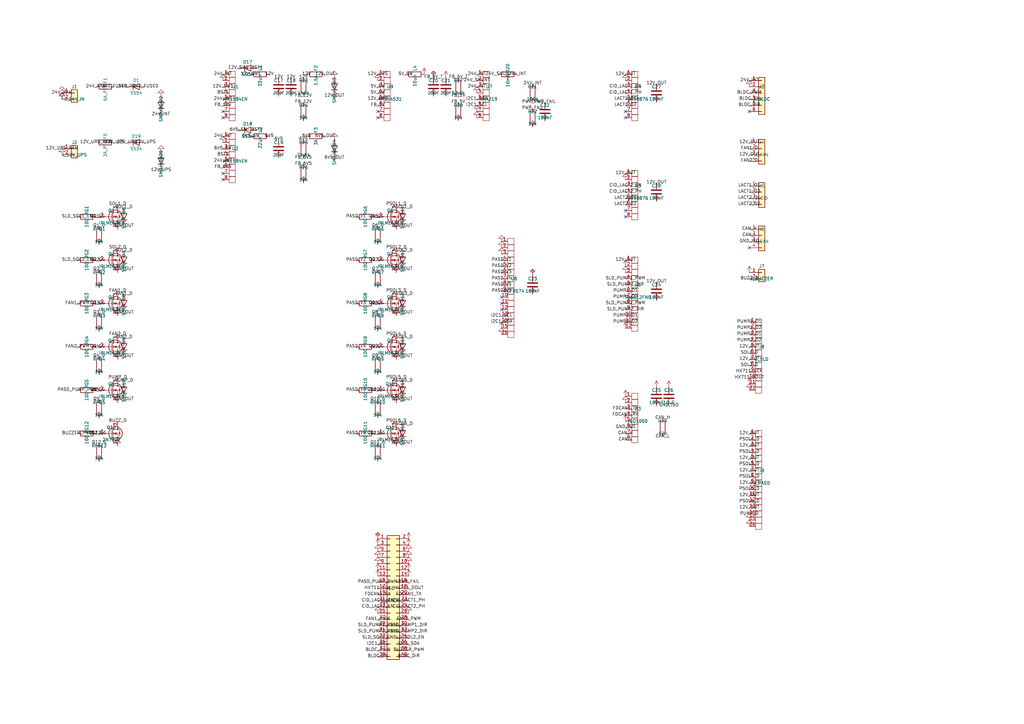
<source format=kicad_sch>
(kicad_sch (version 20250114) (generator "eeschema") (generator_version "9.0")
  (paper "A3")
  (title_block (title "Epicura Driver Board") (date "2026-02-21") (rev "1.2") (company "Epicura / Designed by Cyber_Lord"))
  (symbol (lib_id "Connector_Generic:Conn_01x02") (at 30.48 38.1 0) (unit 1)
    (property "Reference" "J1" (at 30.48 35.56 0))
    (property "Value" "J_24V_IN" (at 30.48 40.64 0))
    (property "Footprint" "Connector_JST:JST_XH_B2B-XH-A_1x02_P2.50mm_Vertical" (effects (hide yes)))
  )
  (symbol (lib_id "Device:R") (at 43.18 35.56 90) (unit 1)
    (property "Reference" "F1" (at 43.18 33.02 0))
    (property "Value" "5A_PTC" (at 43.18 38.1 0))
    (property "Footprint" "Resistor_SMD:R_1206_3216Metric" (effects (hide yes)))
  )
  (symbol (lib_id "Diode:1N4148WS") (at 55.88 35.56 0) (unit 1)
    (property "Reference" "D1" (at 55.88 33.02 0))
    (property "Value" "SS54" (at 55.88 38.1 0))
    (property "Footprint" "Diode_SMD:D_SMA" (effects (hide yes)))
  )
  (symbol (lib_id "Diode:1N4148WS") (at 66.04 43.18 90) (unit 1)
    (property "Reference" "D2" (at 66.04 40.64 0))
    (property "Value" "SMBJ24A" (at 66.04 45.72 0))
    (property "Footprint" "Diode_SMD:D_SMA" (effects (hide yes)))
  )
  (symbol (lib_id "Connector_Generic:Conn_01x02") (at 30.48 60.96 0) (unit 1)
    (property "Reference" "J2" (at 30.48 58.42 0))
    (property "Value" "J_12V_UPS" (at 30.48 63.5 0))
    (property "Footprint" "Connector_JST:JST_XH_B2B-XH-A_1x02_P2.50mm_Vertical" (effects (hide yes)))
  )
  (symbol (lib_id "Device:R") (at 43.18 58.42 90) (unit 1)
    (property "Reference" "F5" (at 43.18 55.88 0))
    (property "Value" "3A_PTC" (at 43.18 60.96 0))
    (property "Footprint" "Resistor_SMD:R_1206_3216Metric" (effects (hide yes)))
  )
  (symbol (lib_id "Diode:1N4148WS") (at 55.88 58.42 0) (unit 1)
    (property "Reference" "D19" (at 55.88 55.88 0))
    (property "Value" "SS34" (at 55.88 60.96 0))
    (property "Footprint" "Diode_SMD:D_SMA" (effects (hide yes)))
  )
  (symbol (lib_id "Diode:1N4148WS") (at 66.04 66.04 90) (unit 1)
    (property "Reference" "D20" (at 66.04 63.50000000000001 0))
    (property "Value" "SMBJ12A" (at 66.04 68.58000000000001 0))
    (property "Footprint" "Diode_SMD:D_SMA" (effects (hide yes)))
  )
  (symbol (lib_id "Connector_Generic:Conn_01x08") (at 96.52 38.1 0) (unit 1)
    (property "Reference" "U1" (at 96.52 35.56 0))
    (property "Value" "MP1584EN" (at 96.52 40.64 0))
    (property "Footprint" "Package_SO:SOIC-8_3.9x4.9mm_P1.27mm" (effects (hide yes)))
  )
  (symbol (lib_id "Device:R") (at 106.68 30.48 90) (unit 1)
    (property "Reference" "L1" (at 106.68 27.94 0))
    (property "Value" "33uH" (at 106.68 33.02 0))
    (property "Footprint" "Inductor_SMD:L_1210_3225Metric" (effects (hide yes)))
  )
  (symbol (lib_id "Diode:1N4148WS") (at 101.6 27.94 0) (unit 1)
    (property "Reference" "D17" (at 101.6 25.400000000000002 0))
    (property "Value" "SS34" (at 101.6 30.48 0))
    (property "Footprint" "Diode_SMD:D_SMA" (effects (hide yes)))
  )
  (symbol (lib_id "Device:C") (at 114.3 35.56 0) (unit 1)
    (property "Reference" "C17" (at 114.3 33.02 0))
    (property "Value" "22uF" (at 114.3 38.1 0))
    (property "Footprint" "Capacitor_SMD:C_0805_2012Metric" (effects (hide yes)))
  )
  (symbol (lib_id "Device:C") (at 119.38 35.56 0) (unit 1)
    (property "Reference" "C18" (at 119.38 33.02 0))
    (property "Value" "22uF" (at 119.38 38.1 0))
    (property "Footprint" "Capacitor_SMD:C_0805_2012Metric" (effects (hide yes)))
  )
  (symbol (lib_id "Device:R") (at 124.46 35.56 0) (unit 1)
    (property "Reference" "R23" (at 124.46 33.02 0))
    (property "Value" "140k" (at 124.46 38.1 0))
    (property "Footprint" "Resistor_SMD:R_0402_1005Metric" (effects (hide yes)))
  )
  (symbol (lib_id "Device:R") (at 124.46 45.72 0) (unit 1)
    (property "Reference" "R24" (at 124.46 43.18 0))
    (property "Value" "10k" (at 124.46 48.26 0))
    (property "Footprint" "Resistor_SMD:R_0402_1005Metric" (effects (hide yes)))
  )
  (symbol (lib_id "Device:R") (at 129.54 30.48 90) (unit 1)
    (property "Reference" "F2" (at 129.54 27.94 0))
    (property "Value" "1.5A" (at 129.54 33.02 0))
    (property "Footprint" "Resistor_SMD:R_1206_3216Metric" (effects (hide yes)))
  )
  (symbol (lib_id "Diode:1N4148WS") (at 137.16 35.56 90) (unit 1)
    (property "Reference" "D3" (at 137.16 33.02 0))
    (property "Value" "SMBJ12A" (at 137.16 38.1 0))
    (property "Footprint" "Diode_SMD:D_SMA" (effects (hide yes)))
  )
  (symbol (lib_id "Connector_Generic:Conn_01x08") (at 96.52 63.5 0) (unit 1)
    (property "Reference" "U2" (at 96.52 60.96 0))
    (property "Value" "MP1584EN" (at 96.52 66.04 0))
    (property "Footprint" "Package_SO:SOIC-8_3.9x4.9mm_P1.27mm" (effects (hide yes)))
  )
  (symbol (lib_id "Device:R") (at 106.68 55.88 90) (unit 1)
    (property "Reference" "L2" (at 106.68 53.34 0))
    (property "Value" "22uH" (at 106.68 58.42 0))
    (property "Footprint" "Inductor_SMD:L_1210_3225Metric" (effects (hide yes)))
  )
  (symbol (lib_id "Diode:1N4148WS") (at 101.6 53.34 0) (unit 1)
    (property "Reference" "D18" (at 101.6 50.800000000000004 0))
    (property "Value" "SS34" (at 101.6 55.88 0))
    (property "Footprint" "Diode_SMD:D_SMA" (effects (hide yes)))
  )
  (symbol (lib_id "Device:C") (at 114.3 60.96 0) (unit 1)
    (property "Reference" "C19" (at 114.3 58.42 0))
    (property "Value" "22uF" (at 114.3 63.5 0))
    (property "Footprint" "Capacitor_SMD:C_0805_2012Metric" (effects (hide yes)))
  )
  (symbol (lib_id "Device:R") (at 124.46 60.96 0) (unit 1)
    (property "Reference" "R25" (at 124.46 58.42 0))
    (property "Value" "71.5k" (at 124.46 63.5 0))
    (property "Footprint" "Resistor_SMD:R_0402_1005Metric" (effects (hide yes)))
  )
  (symbol (lib_id "Device:R") (at 124.46 71.12 0) (unit 1)
    (property "Reference" "R26" (at 124.46 68.58 0))
    (property "Value" "10k" (at 124.46 73.66000000000001 0))
    (property "Footprint" "Resistor_SMD:R_0402_1005Metric" (effects (hide yes)))
  )
  (symbol (lib_id "Device:R") (at 129.54 55.88 90) (unit 1)
    (property "Reference" "F3" (at 129.54 53.34 0))
    (property "Value" "3A" (at 129.54 58.42 0))
    (property "Footprint" "Resistor_SMD:R_1206_3216Metric" (effects (hide yes)))
  )
  (symbol (lib_id "Diode:1N4148WS") (at 137.16 60.96 90) (unit 1)
    (property "Reference" "D4" (at 137.16 58.42 0))
    (property "Value" "SMBJ6V5" (at 137.16 63.5 0))
    (property "Footprint" "Diode_SMD:D_SMA" (effects (hide yes)))
  )
  (symbol (lib_id "Connector_Generic:Conn_01x08") (at 160.02 38.1 0) (unit 1)
    (property "Reference" "U9" (at 160.02 35.56 0))
    (property "Value" "TPS54531" (at 160.02 40.64 0))
    (property "Footprint" "Package_SO:SOIC-8_3.9x4.9mm_P1.27mm" (effects (hide yes)))
  )
  (symbol (lib_id "Device:R") (at 170.18 30.48 90) (unit 1)
    (property "Reference" "L4" (at 170.18 27.94 0))
    (property "Value" "10uH" (at 170.18 33.02 0))
    (property "Footprint" "Inductor_SMD:L_1210_3225Metric" (effects (hide yes)))
  )
  (symbol (lib_id "Device:C") (at 177.8 35.56 0) (unit 1)
    (property "Reference" "C20" (at 177.8 33.02 0))
    (property "Value" "22uF" (at 177.8 38.1 0))
    (property "Footprint" "Capacitor_SMD:C_0805_2012Metric" (effects (hide yes)))
  )
  (symbol (lib_id "Device:C") (at 182.88 35.56 0) (unit 1)
    (property "Reference" "C21" (at 182.88 33.02 0))
    (property "Value" "22uF" (at 182.88 38.1 0))
    (property "Footprint" "Capacitor_SMD:C_0805_2012Metric" (effects (hide yes)))
  )
  (symbol (lib_id "Device:R") (at 187.96 35.56 0) (unit 1)
    (property "Reference" "R27" (at 187.96 33.02 0))
    (property "Value" "52.3k" (at 187.96 38.1 0))
    (property "Footprint" "Resistor_SMD:R_0402_1005Metric" (effects (hide yes)))
  )
  (symbol (lib_id "Device:R") (at 187.96 45.72 0) (unit 1)
    (property "Reference" "R28" (at 187.96 43.18 0))
    (property "Value" "10k" (at 187.96 48.26 0))
    (property "Footprint" "Resistor_SMD:R_0402_1005Metric" (effects (hide yes)))
  )
  (symbol (lib_id "Connector_Generic:Conn_01x08") (at 200.66 38.1 0) (unit 1)
    (property "Reference" "U7" (at 200.66 35.56 0))
    (property "Value" "INA219" (at 200.66 40.64 0))
    (property "Footprint" "Package_SO:SOIC-8_3.9x4.9mm_P1.27mm" (effects (hide yes)))
  )
  (symbol (lib_id "Device:R") (at 208.28 30.48 90) (unit 1)
    (property "Reference" "R20" (at 208.28 27.94 0))
    (property "Value" "10mR" (at 208.28 33.02 0))
    (property "Footprint" "Resistor_SMD:R_2512_6332Metric" (effects (hide yes)))
  )
  (symbol (lib_id "Device:R") (at 218.44 38.1 0) (unit 1)
    (property "Reference" "R21" (at 218.44 35.56 0))
    (property "Value" "100k" (at 218.44 40.64 0))
    (property "Footprint" "Resistor_SMD:R_0402_1005Metric" (effects (hide yes)))
  )
  (symbol (lib_id "Device:R") (at 218.44 48.26 0) (unit 1)
    (property "Reference" "R22" (at 218.44 45.72 0))
    (property "Value" "10k" (at 218.44 50.8 0))
    (property "Footprint" "Resistor_SMD:R_0402_1005Metric" (effects (hide yes)))
  )
  (symbol (lib_id "Device:C") (at 223.52 45.72 0) (unit 1)
    (property "Reference" "C22" (at 223.52 43.18 0))
    (property "Value" "100nF" (at 223.52 48.26 0))
    (property "Footprint" "Capacitor_SMD:C_0402_1005Metric" (effects (hide yes)))
  )
  (symbol (lib_id "Transistor_FET:2N7002") (at 45.72 88.9 0) (unit 1)
    (property "Reference" "Q1" (at 45.72 86.36 0))
    (property "Value" "IRLML6344" (at 45.72 91.44000000000001 0))
    (property "Footprint" "Package_TO_SOT_SMD:SOT-23" (effects (hide yes)))
  )
  (symbol (lib_id "Device:R") (at 35.56 88.9 90) (unit 1)
    (property "Reference" "RG1" (at 35.56 86.36 0))
    (property "Value" "100" (at 35.56 91.44000000000001 0))
    (property "Footprint" "Resistor_SMD:R_0402_1005Metric" (effects (hide yes)))
  )
  (symbol (lib_id "Device:R") (at 40.64 96.52000000000001 0) (unit 1)
    (property "Reference" "RPD1" (at 40.64 93.98 0))
    (property "Value" "10k" (at 40.64 99.06000000000002 0))
    (property "Footprint" "Resistor_SMD:R_0402_1005Metric" (effects (hide yes)))
  )
  (symbol (lib_id "Diode:1N4148WS") (at 50.8 88.9 90) (unit 1)
    (property "Reference" "D6" (at 50.8 86.36 0))
    (property "Value" "SS14" (at 50.8 91.44000000000001 0))
    (property "Footprint" "Diode_SMD:D_SOD-123" (effects (hide yes)))
  )
  (symbol (lib_id "Transistor_FET:2N7002") (at 45.72 106.68 0) (unit 1)
    (property "Reference" "Q2" (at 45.72 104.14 0))
    (property "Value" "IRLML6344" (at 45.72 109.22000000000001 0))
    (property "Footprint" "Package_TO_SOT_SMD:SOT-23" (effects (hide yes)))
  )
  (symbol (lib_id "Device:R") (at 35.56 106.68 90) (unit 1)
    (property "Reference" "RG2" (at 35.56 104.14 0))
    (property "Value" "100" (at 35.56 109.22000000000001 0))
    (property "Footprint" "Resistor_SMD:R_0402_1005Metric" (effects (hide yes)))
  )
  (symbol (lib_id "Device:R") (at 40.64 114.30000000000001 0) (unit 1)
    (property "Reference" "RPD2" (at 40.64 111.76 0))
    (property "Value" "10k" (at 40.64 116.84000000000002 0))
    (property "Footprint" "Resistor_SMD:R_0402_1005Metric" (effects (hide yes)))
  )
  (symbol (lib_id "Diode:1N4148WS") (at 50.8 106.68 90) (unit 1)
    (property "Reference" "D7" (at 50.8 104.14 0))
    (property "Value" "SS14" (at 50.8 109.22000000000001 0))
    (property "Footprint" "Diode_SMD:D_SOD-123" (effects (hide yes)))
  )
  (symbol (lib_id "Transistor_FET:2N7002") (at 45.72 124.46 0) (unit 1)
    (property "Reference" "Q3" (at 45.72 121.91999999999999 0))
    (property "Value" "IRLML6344" (at 45.72 127.0 0))
    (property "Footprint" "Package_TO_SOT_SMD:SOT-23" (effects (hide yes)))
  )
  (symbol (lib_id "Device:R") (at 35.56 124.46 90) (unit 1)
    (property "Reference" "RG3" (at 35.56 121.91999999999999 0))
    (property "Value" "100" (at 35.56 127.0 0))
    (property "Footprint" "Resistor_SMD:R_0402_1005Metric" (effects (hide yes)))
  )
  (symbol (lib_id "Device:R") (at 40.64 132.07999999999998 0) (unit 1)
    (property "Reference" "RPD3" (at 40.64 129.54 0))
    (property "Value" "10k" (at 40.64 134.61999999999998 0))
    (property "Footprint" "Resistor_SMD:R_0402_1005Metric" (effects (hide yes)))
  )
  (symbol (lib_id "Diode:1N4148WS") (at 50.8 124.46 90) (unit 1)
    (property "Reference" "D8" (at 50.8 121.91999999999999 0))
    (property "Value" "SS14" (at 50.8 127.0 0))
    (property "Footprint" "Diode_SMD:D_SOD-123" (effects (hide yes)))
  )
  (symbol (lib_id "Transistor_FET:2N7002") (at 45.72 142.24 0) (unit 1)
    (property "Reference" "Q4" (at 45.72 139.70000000000002 0))
    (property "Value" "IRLML6344" (at 45.72 144.78 0))
    (property "Footprint" "Package_TO_SOT_SMD:SOT-23" (effects (hide yes)))
  )
  (symbol (lib_id "Device:R") (at 35.56 142.24 90) (unit 1)
    (property "Reference" "RG4" (at 35.56 139.70000000000002 0))
    (property "Value" "100" (at 35.56 144.78 0))
    (property "Footprint" "Resistor_SMD:R_0402_1005Metric" (effects (hide yes)))
  )
  (symbol (lib_id "Device:R") (at 40.64 149.86 0) (unit 1)
    (property "Reference" "RPD4" (at 40.64 147.32000000000002 0))
    (property "Value" "10k" (at 40.64 152.4 0))
    (property "Footprint" "Resistor_SMD:R_0402_1005Metric" (effects (hide yes)))
  )
  (symbol (lib_id "Diode:1N4148WS") (at 50.8 142.24 90) (unit 1)
    (property "Reference" "D9" (at 50.8 139.70000000000002 0))
    (property "Value" "SS14" (at 50.8 144.78 0))
    (property "Footprint" "Diode_SMD:D_SOD-123" (effects (hide yes)))
  )
  (symbol (lib_id "Transistor_FET:2N7002") (at 45.72 160.02 0) (unit 1)
    (property "Reference" "Q5" (at 45.72 157.48000000000002 0))
    (property "Value" "IRLML6344" (at 45.72 162.56 0))
    (property "Footprint" "Package_TO_SOT_SMD:SOT-23" (effects (hide yes)))
  )
  (symbol (lib_id "Device:R") (at 35.56 160.02 90) (unit 1)
    (property "Reference" "RG5" (at 35.56 157.48000000000002 0))
    (property "Value" "100" (at 35.56 162.56 0))
    (property "Footprint" "Resistor_SMD:R_0402_1005Metric" (effects (hide yes)))
  )
  (symbol (lib_id "Device:R") (at 40.64 167.64000000000001 0) (unit 1)
    (property "Reference" "RPD5" (at 40.64 165.10000000000002 0))
    (property "Value" "10k" (at 40.64 170.18 0))
    (property "Footprint" "Resistor_SMD:R_0402_1005Metric" (effects (hide yes)))
  )
  (symbol (lib_id "Diode:1N4148WS") (at 50.8 160.02 90) (unit 1)
    (property "Reference" "D10" (at 50.8 157.48000000000002 0))
    (property "Value" "SS14" (at 50.8 162.56 0))
    (property "Footprint" "Diode_SMD:D_SOD-123" (effects (hide yes)))
  )
  (symbol (lib_id "Transistor_FET:2N7002") (at 160.02 88.9 0) (unit 1)
    (property "Reference" "Q6" (at 160.02 86.36 0))
    (property "Value" "IRLML6344" (at 160.02 91.44000000000001 0))
    (property "Footprint" "Package_TO_SOT_SMD:SOT-23" (effects (hide yes)))
  )
  (symbol (lib_id "Device:R") (at 149.86 88.9 90) (unit 1)
    (property "Reference" "RG6" (at 149.86 86.36 0))
    (property "Value" "100" (at 149.86 91.44000000000001 0))
    (property "Footprint" "Resistor_SMD:R_0402_1005Metric" (effects (hide yes)))
  )
  (symbol (lib_id "Device:R") (at 154.94 96.52000000000001 0) (unit 1)
    (property "Reference" "RPD6" (at 154.94 93.98 0))
    (property "Value" "10k" (at 154.94 99.06000000000002 0))
    (property "Footprint" "Resistor_SMD:R_0402_1005Metric" (effects (hide yes)))
  )
  (symbol (lib_id "Diode:1N4148WS") (at 165.10000000000002 88.9 90) (unit 1)
    (property "Reference" "D11" (at 165.10000000000002 86.36 0))
    (property "Value" "SS14" (at 165.10000000000002 91.44000000000001 0))
    (property "Footprint" "Diode_SMD:D_SOD-123" (effects (hide yes)))
  )
  (symbol (lib_id "Transistor_FET:2N7002") (at 160.02 106.68 0) (unit 1)
    (property "Reference" "Q7" (at 160.02 104.14 0))
    (property "Value" "IRLML6344" (at 160.02 109.22000000000001 0))
    (property "Footprint" "Package_TO_SOT_SMD:SOT-23" (effects (hide yes)))
  )
  (symbol (lib_id "Device:R") (at 149.86 106.68 90) (unit 1)
    (property "Reference" "RG7" (at 149.86 104.14 0))
    (property "Value" "100" (at 149.86 109.22000000000001 0))
    (property "Footprint" "Resistor_SMD:R_0402_1005Metric" (effects (hide yes)))
  )
  (symbol (lib_id "Device:R") (at 154.94 114.30000000000001 0) (unit 1)
    (property "Reference" "RPD7" (at 154.94 111.76 0))
    (property "Value" "10k" (at 154.94 116.84000000000002 0))
    (property "Footprint" "Resistor_SMD:R_0402_1005Metric" (effects (hide yes)))
  )
  (symbol (lib_id "Diode:1N4148WS") (at 165.10000000000002 106.68 90) (unit 1)
    (property "Reference" "D12" (at 165.10000000000002 104.14 0))
    (property "Value" "SS14" (at 165.10000000000002 109.22000000000001 0))
    (property "Footprint" "Diode_SMD:D_SOD-123" (effects (hide yes)))
  )
  (symbol (lib_id "Transistor_FET:2N7002") (at 160.02 124.46 0) (unit 1)
    (property "Reference" "Q8" (at 160.02 121.91999999999999 0))
    (property "Value" "IRLML6344" (at 160.02 127.0 0))
    (property "Footprint" "Package_TO_SOT_SMD:SOT-23" (effects (hide yes)))
  )
  (symbol (lib_id "Device:R") (at 149.86 124.46 90) (unit 1)
    (property "Reference" "RG8" (at 149.86 121.91999999999999 0))
    (property "Value" "100" (at 149.86 127.0 0))
    (property "Footprint" "Resistor_SMD:R_0402_1005Metric" (effects (hide yes)))
  )
  (symbol (lib_id "Device:R") (at 154.94 132.07999999999998 0) (unit 1)
    (property "Reference" "RPD8" (at 154.94 129.54 0))
    (property "Value" "10k" (at 154.94 134.61999999999998 0))
    (property "Footprint" "Resistor_SMD:R_0402_1005Metric" (effects (hide yes)))
  )
  (symbol (lib_id "Diode:1N4148WS") (at 165.10000000000002 124.46 90) (unit 1)
    (property "Reference" "D13" (at 165.10000000000002 121.91999999999999 0))
    (property "Value" "SS14" (at 165.10000000000002 127.0 0))
    (property "Footprint" "Diode_SMD:D_SOD-123" (effects (hide yes)))
  )
  (symbol (lib_id "Transistor_FET:2N7002") (at 160.02 142.24 0) (unit 1)
    (property "Reference" "Q9" (at 160.02 139.70000000000002 0))
    (property "Value" "IRLML6344" (at 160.02 144.78 0))
    (property "Footprint" "Package_TO_SOT_SMD:SOT-23" (effects (hide yes)))
  )
  (symbol (lib_id "Device:R") (at 149.86 142.24 90) (unit 1)
    (property "Reference" "RG9" (at 149.86 139.70000000000002 0))
    (property "Value" "100" (at 149.86 144.78 0))
    (property "Footprint" "Resistor_SMD:R_0402_1005Metric" (effects (hide yes)))
  )
  (symbol (lib_id "Device:R") (at 154.94 149.86 0) (unit 1)
    (property "Reference" "RPD9" (at 154.94 147.32000000000002 0))
    (property "Value" "10k" (at 154.94 152.4 0))
    (property "Footprint" "Resistor_SMD:R_0402_1005Metric" (effects (hide yes)))
  )
  (symbol (lib_id "Diode:1N4148WS") (at 165.10000000000002 142.24 90) (unit 1)
    (property "Reference" "D14" (at 165.10000000000002 139.70000000000002 0))
    (property "Value" "SS14" (at 165.10000000000002 144.78 0))
    (property "Footprint" "Diode_SMD:D_SOD-123" (effects (hide yes)))
  )
  (symbol (lib_id "Transistor_FET:2N7002") (at 160.02 160.02 0) (unit 1)
    (property "Reference" "Q10" (at 160.02 157.48000000000002 0))
    (property "Value" "IRLML6344" (at 160.02 162.56 0))
    (property "Footprint" "Package_TO_SOT_SMD:SOT-23" (effects (hide yes)))
  )
  (symbol (lib_id "Device:R") (at 149.86 160.02 90) (unit 1)
    (property "Reference" "RG10" (at 149.86 157.48000000000002 0))
    (property "Value" "100" (at 149.86 162.56 0))
    (property "Footprint" "Resistor_SMD:R_0402_1005Metric" (effects (hide yes)))
  )
  (symbol (lib_id "Device:R") (at 154.94 167.64000000000001 0) (unit 1)
    (property "Reference" "RPD10" (at 154.94 165.10000000000002 0))
    (property "Value" "10k" (at 154.94 170.18 0))
    (property "Footprint" "Resistor_SMD:R_0402_1005Metric" (effects (hide yes)))
  )
  (symbol (lib_id "Diode:1N4148WS") (at 165.10000000000002 160.02 90) (unit 1)
    (property "Reference" "D15" (at 165.10000000000002 157.48000000000002 0))
    (property "Value" "SS14" (at 165.10000000000002 162.56 0))
    (property "Footprint" "Diode_SMD:D_SOD-123" (effects (hide yes)))
  )
  (symbol (lib_id "Transistor_FET:2N7002") (at 160.02 177.8 0) (unit 1)
    (property "Reference" "Q11" (at 160.02 175.26000000000002 0))
    (property "Value" "IRLML6344" (at 160.02 180.34 0))
    (property "Footprint" "Package_TO_SOT_SMD:SOT-23" (effects (hide yes)))
  )
  (symbol (lib_id "Device:R") (at 149.86 177.8 90) (unit 1)
    (property "Reference" "RG11" (at 149.86 175.26000000000002 0))
    (property "Value" "100" (at 149.86 180.34 0))
    (property "Footprint" "Resistor_SMD:R_0402_1005Metric" (effects (hide yes)))
  )
  (symbol (lib_id "Device:R") (at 154.94 185.42000000000002 0) (unit 1)
    (property "Reference" "RPD11" (at 154.94 182.88000000000002 0))
    (property "Value" "10k" (at 154.94 187.96 0))
    (property "Footprint" "Resistor_SMD:R_0402_1005Metric" (effects (hide yes)))
  )
  (symbol (lib_id "Diode:1N4148WS") (at 165.10000000000002 177.8 90) (unit 1)
    (property "Reference" "D16" (at 165.10000000000002 175.26000000000002 0))
    (property "Value" "SS14" (at 165.10000000000002 180.34 0))
    (property "Footprint" "Diode_SMD:D_SOD-123" (effects (hide yes)))
  )
  (symbol (lib_id "Transistor_FET:2N7002") (at 45.72 177.8 0) (unit 1)
    (property "Reference" "Q12" (at 45.72 175.26000000000002 0))
    (property "Value" "2N7002" (at 45.72 180.34 0))
    (property "Footprint" "Package_TO_SOT_SMD:SOT-23" (effects (hide yes)))
  )
  (symbol (lib_id "Device:R") (at 35.56 177.8 90) (unit 1)
    (property "Reference" "RG12" (at 35.56 175.26000000000002 0))
    (property "Value" "100" (at 35.56 180.34 0))
    (property "Footprint" "Resistor_SMD:R_0402_1005Metric" (effects (hide yes)))
  )
  (symbol (lib_id "Device:R") (at 40.64 185.42000000000002 0) (unit 1)
    (property "Reference" "RPD12" (at 40.64 182.88000000000002 0))
    (property "Value" "10k" (at 40.64 187.96 0))
    (property "Footprint" "Resistor_SMD:R_0402_1005Metric" (effects (hide yes)))
  )
  (symbol (lib_id "Connector_Generic:Conn_01x16") (at 210.82 116.84 0) (unit 1)
    (property "Reference" "U8" (at 210.82 114.3 0))
    (property "Value" "PCF8574" (at 210.82 119.38000000000001 0))
    (property "Footprint" "Package_SO:SOIC-16_3.9x9.9mm_P1.27mm" (effects (hide yes)))
  )
  (symbol (lib_id "Device:C") (at 218.44 116.84 0) (unit 1)
    (property "Reference" "C23" (at 218.44 114.3 0))
    (property "Value" "100nF" (at 218.44 119.38000000000001 0))
    (property "Footprint" "Capacitor_SMD:C_0402_1005Metric" (effects (hide yes)))
  )
  (symbol (lib_id "Connector_Generic:Conn_01x08") (at 261.62 38.1 0) (unit 1)
    (property "Reference" "U4" (at 261.62 35.56 0))
    (property "Value" "DRV8876" (at 261.62 40.64 0))
    (property "Footprint" "Package_SO:VSSOP-8_3.0x3.0mm_P0.65mm" (effects (hide yes)))
  )
  (symbol (lib_id "Device:C") (at 269.24 38.1 0) (unit 1)
    (property "Reference" "C27" (at 269.24 35.56 0))
    (property "Value" "100nF" (at 269.24 40.64 0))
    (property "Footprint" "Capacitor_SMD:C_0402_1005Metric" (effects (hide yes)))
  )
  (symbol (lib_id "Connector_Generic:Conn_01x08") (at 261.62 78.74000000000001 0) (unit 1)
    (property "Reference" "U5" (at 261.62 76.2 0))
    (property "Value" "DRV8876" (at 261.62 81.28000000000002 0))
    (property "Footprint" "Package_SO:VSSOP-8_3.0x3.0mm_P0.65mm" (effects (hide yes)))
  )
  (symbol (lib_id "Device:C") (at 269.24 78.74000000000001 0) (unit 1)
    (property "Reference" "C28" (at 269.24 76.2 0))
    (property "Value" "100nF" (at 269.24 81.28000000000002 0))
    (property "Footprint" "Capacitor_SMD:C_0402_1005Metric" (effects (hide yes)))
  )
  (symbol (lib_id "Connector_Generic:Conn_01x12") (at 261.62 119.38 0) (unit 1)
    (property "Reference" "U6" (at 261.62 116.83999999999999 0))
    (property "Value" "TB6612FNG" (at 261.62 121.92 0))
    (property "Footprint" "Package_SO:SSOP-24_5.3x8.2mm_P0.65mm" (effects (hide yes)))
  )
  (symbol (lib_id "Device:C") (at 269.24 119.38 0) (unit 1)
    (property "Reference" "C24" (at 269.24 116.83999999999999 0))
    (property "Value" "100nF" (at 269.24 121.92 0))
    (property "Footprint" "Capacitor_SMD:C_0402_1005Metric" (effects (hide yes)))
  )
  (symbol (lib_id "Connector_Generic:Conn_01x08") (at 261.62 170.18 0) (unit 1)
    (property "Reference" "U3" (at 261.62 167.64000000000001 0))
    (property "Value" "ISO1050" (at 261.62 172.72 0))
    (property "Footprint" "Package_SO:SOIC-8_3.9x4.9mm_P1.27mm" (effects (hide yes)))
  )
  (symbol (lib_id "Device:R") (at 271.78 175.26 0) (unit 1)
    (property "Reference" "R29" (at 271.78 172.72 0))
    (property "Value" "120" (at 271.78 177.79999999999998 0))
    (property "Footprint" "Resistor_SMD:R_0402_1005Metric" (effects (hide yes)))
  )
  (symbol (lib_id "Device:C") (at 269.24 162.56 0) (unit 1)
    (property "Reference" "C25" (at 269.24 160.02 0))
    (property "Value" "100nF" (at 269.24 165.1 0))
    (property "Footprint" "Capacitor_SMD:C_0402_1005Metric" (effects (hide yes)))
  )
  (symbol (lib_id "Device:C") (at 274.32 162.56 0) (unit 1)
    (property "Reference" "C26" (at 274.32 160.02 0))
    (property "Value" "10uF" (at 274.32 165.1 0))
    (property "Footprint" "Capacitor_SMD:C_0805_2012Metric" (effects (hide yes)))
  )
  (symbol (lib_id "Connector_Generic:Conn_01x06") (at 312.42 38.1 0) (unit 1)
    (property "Reference" "J3" (at 312.42 35.56 0))
    (property "Value" "J_BLDC" (at 312.42 40.64 0))
    (property "Footprint" "Connector_JST:JST_XH_B6B-XH-A_1x06_P2.50mm_Vertical" (effects (hide yes)))
  )
  (symbol (lib_id "Connector_Generic:Conn_01x04") (at 312.42 60.96 0) (unit 1)
    (property "Reference" "J4" (at 312.42 58.42 0))
    (property "Value" "J_FAN" (at 312.42 63.5 0))
    (property "Footprint" "Connector_JST:JST_XH_B4B-XH-A_1x04_P2.50mm_Vertical" (effects (hide yes)))
  )
  (symbol (lib_id "Connector_Generic:Conn_01x04") (at 312.42 78.74 0) (unit 1)
    (property "Reference" "J5" (at 312.42 76.19999999999999 0))
    (property "Value" "J_CID" (at 312.42 81.28 0))
    (property "Footprint" "Connector_JST:JST_XH_B4B-XH-A_1x04_P2.50mm_Vertical" (effects (hide yes)))
  )
  (symbol (lib_id "Connector_Generic:Conn_01x04") (at 312.42 96.52 0) (unit 1)
    (property "Reference" "J6" (at 312.42 93.97999999999999 0))
    (property "Value" "J_CAN" (at 312.42 99.06 0))
    (property "Footprint" "Connector_JST:JST_XH_B4B-XH-A_1x04_P2.50mm_Vertical" (effects (hide yes)))
  )
  (symbol (lib_id "Connector_Generic:Conn_01x02") (at 312.42 111.76 0) (unit 1)
    (property "Reference" "J7" (at 312.42 109.22 0))
    (property "Value" "J_BUZZER" (at 312.42 114.30000000000001 0))
    (property "Footprint" "Connector_JST:JST_PH_B2B-PH-K_1x02_P2.00mm_Vertical" (effects (hide yes)))
  )
  (symbol (lib_id "Connector_Generic:Conn_01x12") (at 312.42 144.78 0) (unit 1)
    (property "Reference" "J8" (at 312.42 142.24 0))
    (property "Value" "J_SLD" (at 312.42 147.32 0))
    (property "Footprint" "Connector_JST:JST_XH_B12B-XH-A_1x12_P2.50mm_Vertical" (effects (hide yes)))
  )
  (symbol (lib_id "Connector_Generic:Conn_01x16") (at 312.42 195.58 0) (unit 1)
    (property "Reference" "J9" (at 312.42 193.04000000000002 0))
    (property "Value" "J_PASD" (at 312.42 198.12 0))
    (property "Footprint" "Connector_JST:JST_XH_B16B-XH-A_1x16_P2.50mm_Vertical" (effects (hide yes)))
  )
  (symbol (lib_id "Connector_Generic:Conn_02x20_Odd_Even") (at 160.02 243.84 0) (unit 1)
    (property "Reference" "J10" (at 160.02 241.3 0))
    (property "Value" "J_STACK" (at 160.02 246.38 0))
    (property "Footprint" "Connector_PinHeader_2.54mm:PinHeader_2x20_P2.54mm_Vertical" (effects (hide yes)))
  )
  (symbol (lib_id "power:GND") (at 25.4 40.64 180) (unit 1) (in_bom no)
    (property "Reference" "#PWR0001" (effects (hide yes)))
    (property "Value" "GND" (effects (hide yes)))
  )
  (symbol (lib_id "power:GND") (at 66.04 39.37 180) (unit 1) (in_bom no)
    (property "Reference" "#PWR0002" (effects (hide yes)))
    (property "Value" "GND" (effects (hide yes)))
  )
  (symbol (lib_id "power:GND") (at 25.4 63.5 180) (unit 1) (in_bom no)
    (property "Reference" "#PWR0003" (effects (hide yes)))
    (property "Value" "GND" (effects (hide yes)))
  )
  (symbol (lib_id "power:GND") (at 66.04 62.23 180) (unit 1) (in_bom no)
    (property "Reference" "#PWR0004" (effects (hide yes)))
    (property "Value" "GND" (effects (hide yes)))
  )
  (symbol (lib_id "power:GND") (at 91.44 33.02 180) (unit 1) (in_bom no)
    (property "Reference" "#PWR0005" (effects (hide yes)))
    (property "Value" "GND" (effects (hide yes)))
  )
  (symbol (lib_id "power:GND") (at 114.3 39.37 180) (unit 1) (in_bom no)
    (property "Reference" "#PWR0006" (effects (hide yes)))
    (property "Value" "GND" (effects (hide yes)))
  )
  (symbol (lib_id "power:GND") (at 119.38 39.37 180) (unit 1) (in_bom no)
    (property "Reference" "#PWR0007" (effects (hide yes)))
    (property "Value" "GND" (effects (hide yes)))
  )
  (symbol (lib_id "power:GND") (at 124.46 49.53 180) (unit 1) (in_bom no)
    (property "Reference" "#PWR0008" (effects (hide yes)))
    (property "Value" "GND" (effects (hide yes)))
  )
  (symbol (lib_id "power:GND") (at 137.16 31.75 180) (unit 1) (in_bom no)
    (property "Reference" "#PWR0009" (effects (hide yes)))
    (property "Value" "GND" (effects (hide yes)))
  )
  (symbol (lib_id "power:GND") (at 91.44 58.42 180) (unit 1) (in_bom no)
    (property "Reference" "#PWR0010" (effects (hide yes)))
    (property "Value" "GND" (effects (hide yes)))
  )
  (symbol (lib_id "power:GND") (at 114.3 64.77 180) (unit 1) (in_bom no)
    (property "Reference" "#PWR0011" (effects (hide yes)))
    (property "Value" "GND" (effects (hide yes)))
  )
  (symbol (lib_id "power:GND") (at 124.46 74.93 180) (unit 1) (in_bom no)
    (property "Reference" "#PWR0012" (effects (hide yes)))
    (property "Value" "GND" (effects (hide yes)))
  )
  (symbol (lib_id "power:GND") (at 137.16 57.15 180) (unit 1) (in_bom no)
    (property "Reference" "#PWR0013" (effects (hide yes)))
    (property "Value" "GND" (effects (hide yes)))
  )
  (symbol (lib_id "power:GND") (at 154.94 33.02 180) (unit 1) (in_bom no)
    (property "Reference" "#PWR0014" (effects (hide yes)))
    (property "Value" "GND" (effects (hide yes)))
  )
  (symbol (lib_id "power:+5V") (at 173.99 30.48 0) (unit 1) (in_bom no)
    (property "Reference" "#PWR0015" (effects (hide yes)))
    (property "Value" "+5V" (effects (hide yes)))
  )
  (symbol (lib_id "power:+5V") (at 177.8 31.75 0) (unit 1) (in_bom no)
    (property "Reference" "#PWR0016" (effects (hide yes)))
    (property "Value" "+5V" (effects (hide yes)))
  )
  (symbol (lib_id "power:GND") (at 177.8 39.37 180) (unit 1) (in_bom no)
    (property "Reference" "#PWR0017" (effects (hide yes)))
    (property "Value" "GND" (effects (hide yes)))
  )
  (symbol (lib_id "power:+5V") (at 182.88 31.75 0) (unit 1) (in_bom no)
    (property "Reference" "#PWR0018" (effects (hide yes)))
    (property "Value" "+5V" (effects (hide yes)))
  )
  (symbol (lib_id "power:GND") (at 182.88 39.37 180) (unit 1) (in_bom no)
    (property "Reference" "#PWR0019" (effects (hide yes)))
    (property "Value" "GND" (effects (hide yes)))
  )
  (symbol (lib_id "power:GND") (at 187.96 49.53 180) (unit 1) (in_bom no)
    (property "Reference" "#PWR0020" (effects (hide yes)))
    (property "Value" "GND" (effects (hide yes)))
  )
  (symbol (lib_id "power:GND") (at 195.58 38.1 180) (unit 1) (in_bom no)
    (property "Reference" "#PWR0021" (effects (hide yes)))
    (property "Value" "GND" (effects (hide yes)))
  )
  (symbol (lib_id "power:GND") (at 195.58 45.72 180) (unit 1) (in_bom no)
    (property "Reference" "#PWR0022" (effects (hide yes)))
    (property "Value" "GND" (effects (hide yes)))
  )
  (symbol (lib_id "power:GND") (at 195.58 48.26 180) (unit 1) (in_bom no)
    (property "Reference" "#PWR0023" (effects (hide yes)))
    (property "Value" "GND" (effects (hide yes)))
  )
  (symbol (lib_id "power:GND") (at 218.44 52.07 180) (unit 1) (in_bom no)
    (property "Reference" "#PWR0024" (effects (hide yes)))
    (property "Value" "GND" (effects (hide yes)))
  )
  (symbol (lib_id "power:GND") (at 223.52 49.53 180) (unit 1) (in_bom no)
    (property "Reference" "#PWR0025" (effects (hide yes)))
    (property "Value" "GND" (effects (hide yes)))
  )
  (symbol (lib_id "power:GND") (at 48.26 93.98 180) (unit 1) (in_bom no)
    (property "Reference" "#PWR0026" (effects (hide yes)))
    (property "Value" "GND" (effects (hide yes)))
  )
  (symbol (lib_id "power:GND") (at 40.64 100.33 180) (unit 1) (in_bom no)
    (property "Reference" "#PWR0027" (effects (hide yes)))
    (property "Value" "GND" (effects (hide yes)))
  )
  (symbol (lib_id "power:GND") (at 48.26 111.76 180) (unit 1) (in_bom no)
    (property "Reference" "#PWR0028" (effects (hide yes)))
    (property "Value" "GND" (effects (hide yes)))
  )
  (symbol (lib_id "power:GND") (at 40.64 118.11 180) (unit 1) (in_bom no)
    (property "Reference" "#PWR0029" (effects (hide yes)))
    (property "Value" "GND" (effects (hide yes)))
  )
  (symbol (lib_id "power:GND") (at 48.26 129.54 180) (unit 1) (in_bom no)
    (property "Reference" "#PWR0030" (effects (hide yes)))
    (property "Value" "GND" (effects (hide yes)))
  )
  (symbol (lib_id "power:GND") (at 40.64 135.89 180) (unit 1) (in_bom no)
    (property "Reference" "#PWR0031" (effects (hide yes)))
    (property "Value" "GND" (effects (hide yes)))
  )
  (symbol (lib_id "power:GND") (at 48.26 147.32 180) (unit 1) (in_bom no)
    (property "Reference" "#PWR0032" (effects (hide yes)))
    (property "Value" "GND" (effects (hide yes)))
  )
  (symbol (lib_id "power:GND") (at 40.64 153.67 180) (unit 1) (in_bom no)
    (property "Reference" "#PWR0033" (effects (hide yes)))
    (property "Value" "GND" (effects (hide yes)))
  )
  (symbol (lib_id "power:GND") (at 48.26 165.1 180) (unit 1) (in_bom no)
    (property "Reference" "#PWR0034" (effects (hide yes)))
    (property "Value" "GND" (effects (hide yes)))
  )
  (symbol (lib_id "power:GND") (at 40.64 171.45 180) (unit 1) (in_bom no)
    (property "Reference" "#PWR0035" (effects (hide yes)))
    (property "Value" "GND" (effects (hide yes)))
  )
  (symbol (lib_id "power:GND") (at 162.56 93.98 180) (unit 1) (in_bom no)
    (property "Reference" "#PWR0036" (effects (hide yes)))
    (property "Value" "GND" (effects (hide yes)))
  )
  (symbol (lib_id "power:GND") (at 154.94 100.33 180) (unit 1) (in_bom no)
    (property "Reference" "#PWR0037" (effects (hide yes)))
    (property "Value" "GND" (effects (hide yes)))
  )
  (symbol (lib_id "power:GND") (at 162.56 111.76 180) (unit 1) (in_bom no)
    (property "Reference" "#PWR0038" (effects (hide yes)))
    (property "Value" "GND" (effects (hide yes)))
  )
  (symbol (lib_id "power:GND") (at 154.94 118.11 180) (unit 1) (in_bom no)
    (property "Reference" "#PWR0039" (effects (hide yes)))
    (property "Value" "GND" (effects (hide yes)))
  )
  (symbol (lib_id "power:GND") (at 162.56 129.54 180) (unit 1) (in_bom no)
    (property "Reference" "#PWR0040" (effects (hide yes)))
    (property "Value" "GND" (effects (hide yes)))
  )
  (symbol (lib_id "power:GND") (at 154.94 135.89 180) (unit 1) (in_bom no)
    (property "Reference" "#PWR0041" (effects (hide yes)))
    (property "Value" "GND" (effects (hide yes)))
  )
  (symbol (lib_id "power:GND") (at 162.56 147.32 180) (unit 1) (in_bom no)
    (property "Reference" "#PWR0042" (effects (hide yes)))
    (property "Value" "GND" (effects (hide yes)))
  )
  (symbol (lib_id "power:GND") (at 154.94 153.67 180) (unit 1) (in_bom no)
    (property "Reference" "#PWR0043" (effects (hide yes)))
    (property "Value" "GND" (effects (hide yes)))
  )
  (symbol (lib_id "power:GND") (at 162.56 165.1 180) (unit 1) (in_bom no)
    (property "Reference" "#PWR0044" (effects (hide yes)))
    (property "Value" "GND" (effects (hide yes)))
  )
  (symbol (lib_id "power:GND") (at 154.94 171.45 180) (unit 1) (in_bom no)
    (property "Reference" "#PWR0045" (effects (hide yes)))
    (property "Value" "GND" (effects (hide yes)))
  )
  (symbol (lib_id "power:GND") (at 162.56 182.88 180) (unit 1) (in_bom no)
    (property "Reference" "#PWR0046" (effects (hide yes)))
    (property "Value" "GND" (effects (hide yes)))
  )
  (symbol (lib_id "power:GND") (at 154.94 189.23 180) (unit 1) (in_bom no)
    (property "Reference" "#PWR0047" (effects (hide yes)))
    (property "Value" "GND" (effects (hide yes)))
  )
  (symbol (lib_id "power:GND") (at 48.26 182.88 180) (unit 1) (in_bom no)
    (property "Reference" "#PWR0048" (effects (hide yes)))
    (property "Value" "GND" (effects (hide yes)))
  )
  (symbol (lib_id "power:GND") (at 40.64 189.23 180) (unit 1) (in_bom no)
    (property "Reference" "#PWR0049" (effects (hide yes)))
    (property "Value" "GND" (effects (hide yes)))
  )
  (symbol (lib_id "power:GND") (at 205.74 99.06 180) (unit 1) (in_bom no)
    (property "Reference" "#PWR0050" (effects (hide yes)))
    (property "Value" "GND" (effects (hide yes)))
  )
  (symbol (lib_id "power:GND") (at 205.74 101.6 180) (unit 1) (in_bom no)
    (property "Reference" "#PWR0051" (effects (hide yes)))
    (property "Value" "GND" (effects (hide yes)))
  )
  (symbol (lib_id "power:GND") (at 205.74 104.14 180) (unit 1) (in_bom no)
    (property "Reference" "#PWR0052" (effects (hide yes)))
    (property "Value" "GND" (effects (hide yes)))
  )
  (symbol (lib_id "power:+3V3") (at 205.74 134.62 0) (unit 1) (in_bom no)
    (property "Reference" "#PWR0053" (effects (hide yes)))
    (property "Value" "+3V3" (effects (hide yes)))
  )
  (symbol (lib_id "power:GND") (at 205.74 137.16 180) (unit 1) (in_bom no)
    (property "Reference" "#PWR0054" (effects (hide yes)))
    (property "Value" "GND" (effects (hide yes)))
  )
  (symbol (lib_id "power:+3V3") (at 218.44 113.03 0) (unit 1) (in_bom no)
    (property "Reference" "#PWR0055" (effects (hide yes)))
    (property "Value" "+3V3" (effects (hide yes)))
  )
  (symbol (lib_id "power:GND") (at 218.44 120.65 180) (unit 1) (in_bom no)
    (property "Reference" "#PWR0056" (effects (hide yes)))
    (property "Value" "GND" (effects (hide yes)))
  )
  (symbol (lib_id "power:GND") (at 256.54 33.02 180) (unit 1) (in_bom no)
    (property "Reference" "#PWR0057" (effects (hide yes)))
    (property "Value" "GND" (effects (hide yes)))
  )
  (symbol (lib_id "power:GND") (at 269.24 41.91 180) (unit 1) (in_bom no)
    (property "Reference" "#PWR0058" (effects (hide yes)))
    (property "Value" "GND" (effects (hide yes)))
  )
  (symbol (lib_id "power:GND") (at 256.54 73.66 180) (unit 1) (in_bom no)
    (property "Reference" "#PWR0059" (effects (hide yes)))
    (property "Value" "GND" (effects (hide yes)))
  )
  (symbol (lib_id "power:GND") (at 269.24 82.55 180) (unit 1) (in_bom no)
    (property "Reference" "#PWR0060" (effects (hide yes)))
    (property "Value" "GND" (effects (hide yes)))
  )
  (symbol (lib_id "power:+3V3") (at 256.54 109.22 0) (unit 1) (in_bom no)
    (property "Reference" "#PWR0061" (effects (hide yes)))
    (property "Value" "+3V3" (effects (hide yes)))
  )
  (symbol (lib_id "power:GND") (at 256.54 111.76 180) (unit 1) (in_bom no)
    (property "Reference" "#PWR0062" (effects (hide yes)))
    (property "Value" "GND" (effects (hide yes)))
  )
  (symbol (lib_id "power:+3V3") (at 256.54 134.62 0) (unit 1) (in_bom no)
    (property "Reference" "#PWR0063" (effects (hide yes)))
    (property "Value" "+3V3" (effects (hide yes)))
  )
  (symbol (lib_id "power:GND") (at 269.24 123.19 180) (unit 1) (in_bom no)
    (property "Reference" "#PWR0064" (effects (hide yes)))
    (property "Value" "GND" (effects (hide yes)))
  )
  (symbol (lib_id "power:+3V3") (at 256.54 162.56 0) (unit 1) (in_bom no)
    (property "Reference" "#PWR0065" (effects (hide yes)))
    (property "Value" "+3V3" (effects (hide yes)))
  )
  (symbol (lib_id "power:GND") (at 256.54 165.1 180) (unit 1) (in_bom no)
    (property "Reference" "#PWR0066" (effects (hide yes)))
    (property "Value" "GND" (effects (hide yes)))
  )
  (symbol (lib_id "power:+5V") (at 256.54 172.72 0) (unit 1) (in_bom no)
    (property "Reference" "#PWR0067" (effects (hide yes)))
    (property "Value" "+5V" (effects (hide yes)))
  )
  (symbol (lib_id "power:+3V3") (at 269.24 158.75 0) (unit 1) (in_bom no)
    (property "Reference" "#PWR0068" (effects (hide yes)))
    (property "Value" "+3V3" (effects (hide yes)))
  )
  (symbol (lib_id "power:GND") (at 269.24 166.37 180) (unit 1) (in_bom no)
    (property "Reference" "#PWR0069" (effects (hide yes)))
    (property "Value" "GND" (effects (hide yes)))
  )
  (symbol (lib_id "power:+5V") (at 274.32 158.75 0) (unit 1) (in_bom no)
    (property "Reference" "#PWR0070" (effects (hide yes)))
    (property "Value" "+5V" (effects (hide yes)))
  )
  (symbol (lib_id "power:GND") (at 307.34 35.56 180) (unit 1) (in_bom no)
    (property "Reference" "#PWR0071" (effects (hide yes)))
    (property "Value" "GND" (effects (hide yes)))
  )
  (symbol (lib_id "power:+5V") (at 307.34 111.76 0) (unit 1) (in_bom no)
    (property "Reference" "#PWR0072" (effects (hide yes)))
    (property "Value" "+5V" (effects (hide yes)))
  )
  (symbol (lib_id "power:+3V3") (at 307.34 157.48 0) (unit 1) (in_bom no)
    (property "Reference" "#PWR0073" (effects (hide yes)))
    (property "Value" "+3V3" (effects (hide yes)))
  )
  (symbol (lib_id "power:GND") (at 307.34 160.02 180) (unit 1) (in_bom no)
    (property "Reference" "#PWR0074" (effects (hide yes)))
    (property "Value" "GND" (effects (hide yes)))
  )
  (symbol (lib_id "power:GND") (at 307.34 213.36 180) (unit 1) (in_bom no)
    (property "Reference" "#PWR0075" (effects (hide yes)))
    (property "Value" "GND" (effects (hide yes)))
  )
  (symbol (lib_id "power:GND") (at 307.34 215.9 180) (unit 1) (in_bom no)
    (property "Reference" "#PWR0076" (effects (hide yes)))
    (property "Value" "GND" (effects (hide yes)))
  )
  (symbol (lib_id "power:+24V") (at 154.94 220.98 0) (unit 1) (in_bom no)
    (property "Reference" "#PWR0077" (effects (hide yes)))
    (property "Value" "+24V" (effects (hide yes)))
  )
  (symbol (lib_id "power:+24V") (at 154.94 223.52 0) (unit 1) (in_bom no)
    (property "Reference" "#PWR0078" (effects (hide yes)))
    (property "Value" "+24V" (effects (hide yes)))
  )
  (symbol (lib_id "power:GND") (at 154.94 226.06 180) (unit 1) (in_bom no)
    (property "Reference" "#PWR0079" (effects (hide yes)))
    (property "Value" "GND" (effects (hide yes)))
  )
  (symbol (lib_id "power:GND") (at 154.94 228.6 180) (unit 1) (in_bom no)
    (property "Reference" "#PWR0080" (effects (hide yes)))
    (property "Value" "GND" (effects (hide yes)))
  )
  (symbol (lib_id "power:GND") (at 154.94 231.14 180) (unit 1) (in_bom no)
    (property "Reference" "#PWR0081" (effects (hide yes)))
    (property "Value" "GND" (effects (hide yes)))
  )
  (symbol (lib_id "power:+5V") (at 154.94 233.68 0) (unit 1) (in_bom no)
    (property "Reference" "#PWR0082" (effects (hide yes)))
    (property "Value" "+5V" (effects (hide yes)))
  )
  (symbol (lib_id "power:+3V3") (at 154.94 236.22 0) (unit 1) (in_bom no)
    (property "Reference" "#PWR0083" (effects (hide yes)))
    (property "Value" "+3V3" (effects (hide yes)))
  )
  (symbol (lib_id "power:GND") (at 154.94 251.46 180) (unit 1) (in_bom no)
    (property "Reference" "#PWR0084" (effects (hide yes)))
    (property "Value" "GND" (effects (hide yes)))
  )
  (symbol (lib_id "power:+24V") (at 167.64 220.98 0) (unit 1) (in_bom no)
    (property "Reference" "#PWR0085" (effects (hide yes)))
    (property "Value" "+24V" (effects (hide yes)))
  )
  (symbol (lib_id "power:+24V") (at 167.64 223.52 0) (unit 1) (in_bom no)
    (property "Reference" "#PWR0086" (effects (hide yes)))
    (property "Value" "+24V" (effects (hide yes)))
  )
  (symbol (lib_id "power:GND") (at 167.64 226.06 180) (unit 1) (in_bom no)
    (property "Reference" "#PWR0087" (effects (hide yes)))
    (property "Value" "GND" (effects (hide yes)))
  )
  (symbol (lib_id "power:GND") (at 167.64 228.6 180) (unit 1) (in_bom no)
    (property "Reference" "#PWR0088" (effects (hide yes)))
    (property "Value" "GND" (effects (hide yes)))
  )
  (symbol (lib_id "power:GND") (at 167.64 231.14 180) (unit 1) (in_bom no)
    (property "Reference" "#PWR0089" (effects (hide yes)))
    (property "Value" "GND" (effects (hide yes)))
  )
  (symbol (lib_id "power:+5V") (at 167.64 233.68 0) (unit 1) (in_bom no)
    (property "Reference" "#PWR0090" (effects (hide yes)))
    (property "Value" "+5V" (effects (hide yes)))
  )
  (symbol (lib_id "power:+3V3") (at 167.64 236.22 0) (unit 1) (in_bom no)
    (property "Reference" "#PWR0091" (effects (hide yes)))
    (property "Value" "+3V3" (effects (hide yes)))
  )
  (symbol (lib_id "power:GND") (at 167.64 251.46 180) (unit 1) (in_bom no)
    (property "Reference" "#PWR0092" (effects (hide yes)))
    (property "Value" "GND" (effects (hide yes)))
  )
  (symbol (lib_id "power:PWR_FLAG") (at 25.4 38.1 0) (unit 1) (in_bom no)
    (property "Reference" "#FLG0001" (effects (hide yes)))
    (property "Value" "PWR_FLAG" (effects (hide yes)))
  )
  (symbol (lib_id "power:PWR_FLAG") (at 25.4 40.64 0) (unit 1) (in_bom no)
    (property "Reference" "#FLG0002" (effects (hide yes)))
    (property "Value" "PWR_FLAG" (effects (hide yes)))
  )
  (symbol (lib_id "power:PWR_FLAG") (at 177.8 31.75 0) (unit 1) (in_bom no)
    (property "Reference" "#FLG0003" (effects (hide yes)))
    (property "Value" "PWR_FLAG" (effects (hide yes)))
  )
  (label "24V_RAW" (at 25.4 38.1 0))
  (label "24V_RAW" (at 39.37 35.56 0))
  (label "24V_FUSED" (at 46.99 35.56 0))
  (label "24V_FUSED" (at 59.69 35.56 0))
  (label "24V_INT" (at 52.07 35.56 0))
  (label "24V_INT" (at 66.04 46.99 0))
  (label "12V_UPS_RAW" (at 25.4 60.96 0))
  (label "12V_UPS_RAW" (at 39.37 58.42 0))
  (label "12V_UPS" (at 46.99 58.42 0))
  (label "12V_UPS" (at 59.69 58.42 0))
  (label "12V_UPS" (at 52.07 58.42 0))
  (label "12V_UPS" (at 66.04 69.85 0))
  (label "24V_INT" (at 91.44 30.48 0))
  (label "12V_SW1" (at 91.44 35.56 0))
  (label "BST1" (at 91.44 38.1 0))
  (label "24V_INT" (at 91.44 40.64 0))
  (label "FB_12V" (at 91.44 43.18 0))
  (label "12V_SW1" (at 102.87 30.48 0))
  (label "12V" (at 110.49 30.48 0))
  (label "BST1" (at 105.41 27.94 0))
  (label "12V_SW1" (at 97.79 27.94 0))
  (label "12V" (at 114.3 31.75 0))
  (label "12V" (at 119.38 31.75 0))
  (label "12V" (at 124.46 31.75 0))
  (label "FB_12V" (at 124.46 39.37 0))
  (label "FB_12V" (at 124.46 41.91 0))
  (label "12V" (at 125.73 30.48 0))
  (label "12V_OUT" (at 133.35 30.48 0))
  (label "12V_OUT" (at 137.16 39.37 0))
  (label "24V_INT" (at 91.44 55.88 0))
  (label "6V5_SW" (at 91.44 60.96 0))
  (label "BST2" (at 91.44 63.5 0))
  (label "24V_INT" (at 91.44 66.04 0))
  (label "FB_6V5" (at 91.44 68.58 0))
  (label "6V5_SW" (at 102.87 55.88 0))
  (label "6V5" (at 110.49 55.88 0))
  (label "BST2" (at 105.41 53.34 0))
  (label "6V5_SW" (at 97.79 53.34 0))
  (label "6V5" (at 114.3 57.15 0))
  (label "6V5" (at 124.46 57.15 0))
  (label "FB_6V5" (at 124.46 64.77 0))
  (label "FB_6V5" (at 124.46 67.31 0))
  (label "6V5" (at 125.73 55.88 0))
  (label "6V5_OUT" (at 133.35 55.88 0))
  (label "6V5_OUT" (at 137.16 64.77 0))
  (label "12V_UPS" (at 154.94 30.48 0))
  (label "5V_SW" (at 154.94 35.56 0))
  (label "5V_SW" (at 154.94 38.1 0))
  (label "12V_UPS" (at 154.94 40.64 0))
  (label "FB_5V" (at 154.94 43.18 0))
  (label "5V_SW" (at 166.37 30.48 0))
  (label "FB_5V_T" (at 187.96 31.75 0))
  (label "FB_5V" (at 187.96 39.37 0))
  (label "FB_5V_T" (at 177.8 31.75 0))
  (label "FB_5V" (at 187.96 41.91 0))
  (label "24V_INT" (at 195.58 30.48 0))
  (label "24V_SHUNT" (at 195.58 33.02 0))
  (label "24V_INT" (at 195.58 35.56 0))
  (label "I2C1_SDA" (at 195.58 40.64 0))
  (label "I2C1_SCL" (at 195.58 43.18 0))
  (label "24V_SHUNT" (at 204.47 30.48 0))
  (label "24V_INT" (at 212.09 30.48 0))
  (label "24V_INT" (at 218.44 34.29 0))
  (label "PWR_FAIL" (at 218.44 41.91 0))
  (label "PWR_FAIL" (at 218.44 44.45 0))
  (label "PWR_FAIL" (at 223.52 41.91 0))
  (label "SLD_SOL1_EN" (at 31.75 88.9 0))
  (label "Q1_G" (at 39.37 88.9 0))
  (label "Q1_G" (at 40.64 88.9 0))
  (label "Q1_G" (at 40.64 92.71 0))
  (label "SOL1_D" (at 50.8 85.09 0))
  (label "12V_OUT" (at 50.8 92.71 0))
  (label "SOL1_D" (at 48.26 83.82 0))
  (label "SLD_SOL2_EN" (at 31.75 106.68 0))
  (label "Q2_G" (at 39.37 106.68 0))
  (label "Q2_G" (at 40.64 106.68 0))
  (label "Q2_G" (at 40.64 110.49 0))
  (label "SOL2_D" (at 50.8 102.87 0))
  (label "12V_OUT" (at 50.8 110.49 0))
  (label "SOL2_D" (at 48.26 101.6 0))
  (label "FAN1_PWM" (at 31.75 124.46 0))
  (label "Q3_G" (at 39.37 124.46 0))
  (label "Q3_G" (at 40.64 124.46 0))
  (label "Q3_G" (at 40.64 128.27 0))
  (label "FAN1_D" (at 50.8 120.65 0))
  (label "12V_OUT" (at 50.8 128.27 0))
  (label "FAN1_D" (at 48.26 119.38 0))
  (label "FAN2_PWM" (at 31.75 142.24 0))
  (label "Q4_G" (at 39.37 142.24 0))
  (label "Q4_G" (at 40.64 142.24 0))
  (label "Q4_G" (at 40.64 146.05 0))
  (label "FAN2_D" (at 50.8 138.43 0))
  (label "12V_OUT" (at 50.8 146.05 0))
  (label "FAN2_D" (at 48.26 137.16 0))
  (label "PASD_PUMP_PWM" (at 31.75 160.02 0))
  (label "Q5_G" (at 39.37 160.02 0))
  (label "Q5_G" (at 40.64 160.02 0))
  (label "Q5_G" (at 40.64 163.83 0))
  (label "PUMP_D" (at 50.8 156.21 0))
  (label "12V_OUT" (at 50.8 163.83 0))
  (label "PUMP_D" (at 48.26 154.94 0))
  (label "PASD_V1" (at 146.05 88.9 0))
  (label "Q6_G" (at 153.67 88.9 0))
  (label "Q6_G" (at 154.94 88.9 0))
  (label "Q6_G" (at 154.94 92.71 0))
  (label "PSOL1_D" (at 165.1 85.09 0))
  (label "12V_OUT" (at 165.1 92.71 0))
  (label "PSOL1_D" (at 162.56 83.82 0))
  (label "PASD_V2" (at 146.05 106.68 0))
  (label "Q7_G" (at 153.67 106.68 0))
  (label "Q7_G" (at 154.94 106.68 0))
  (label "Q7_G" (at 154.94 110.49 0))
  (label "PSOL2_D" (at 165.1 102.87 0))
  (label "12V_OUT" (at 165.1 110.49 0))
  (label "PSOL2_D" (at 162.56 101.6 0))
  (label "PASD_V3" (at 146.05 124.46 0))
  (label "Q8_G" (at 153.67 124.46 0))
  (label "Q8_G" (at 154.94 124.46 0))
  (label "Q8_G" (at 154.94 128.27 0))
  (label "PSOL3_D" (at 165.1 120.65 0))
  (label "12V_OUT" (at 165.1 128.27 0))
  (label "PSOL3_D" (at 162.56 119.38 0))
  (label "PASD_V4" (at 146.05 142.24 0))
  (label "Q9_G" (at 153.67 142.24 0))
  (label "Q9_G" (at 154.94 142.24 0))
  (label "Q9_G" (at 154.94 146.05 0))
  (label "PSOL4_D" (at 165.1 138.43 0))
  (label "12V_OUT" (at 165.1 146.05 0))
  (label "PSOL4_D" (at 162.56 137.16 0))
  (label "PASD_V5" (at 146.05 160.02 0))
  (label "Q10_G" (at 153.67 160.02 0))
  (label "Q10_G" (at 154.94 160.02 0))
  (label "Q10_G" (at 154.94 163.83 0))
  (label "PSOL5_D" (at 165.1 156.21 0))
  (label "12V_OUT" (at 165.1 163.83 0))
  (label "PSOL5_D" (at 162.56 154.94 0))
  (label "PASD_V6" (at 146.05 177.8 0))
  (label "Q11_G" (at 153.67 177.8 0))
  (label "Q11_G" (at 154.94 177.8 0))
  (label "Q11_G" (at 154.94 181.61 0))
  (label "PSOL6_D" (at 165.1 173.99 0))
  (label "12V_OUT" (at 165.1 181.61 0))
  (label "PSOL6_D" (at 162.56 172.72 0))
  (label "BUZZ_D" (at 48.26 172.72 0))
  (label "BUZZER_PWM" (at 31.75 177.8 0))
  (label "Q12_G" (at 39.37 177.8 0))
  (label "Q12_G" (at 40.64 177.8 0))
  (label "Q12_G" (at 40.64 181.61 0))
  (label "PASD_V1" (at 205.74 106.68 0))
  (label "PASD_V2" (at 205.74 109.22 0))
  (label "PASD_V3" (at 205.74 111.76 0))
  (label "PASD_V4" (at 205.74 114.3 0))
  (label "PASD_V5" (at 205.74 116.84 0))
  (label "PASD_V6" (at 205.74 119.38 0))
  (label "I2C1_SCL" (at 205.74 129.54 0))
  (label "I2C1_SDA" (at 205.74 132.08 0))
  (label "12V_OUT" (at 256.54 30.48 0))
  (label "CID_LACT1_EN" (at 256.54 35.56 0))
  (label "CID_LACT1_PH" (at 256.54 38.1 0))
  (label "LACT1_O1" (at 256.54 40.64 0))
  (label "LACT1_O2" (at 256.54 43.18 0))
  (label "12V_OUT" (at 269.24 34.29 0))
  (label "12V_OUT" (at 256.54 71.12 0))
  (label "CID_LACT2_EN" (at 256.54 76.2 0))
  (label "CID_LACT2_PH" (at 256.54 78.74 0))
  (label "LACT2_O1" (at 256.54 81.28 0))
  (label "LACT2_O2" (at 256.54 83.82 0))
  (label "12V_OUT" (at 269.24 74.93 0))
  (label "12V_OUT" (at 256.54 106.68 0))
  (label "SLD_PUMP1_PWM" (at 256.54 114.3 0))
  (label "SLD_PUMP1_DIR" (at 256.54 116.84 0))
  (label "PUMP1_O1" (at 256.54 119.38 0))
  (label "PUMP1_O2" (at 256.54 121.92 0))
  (label "SLD_PUMP2_PWM" (at 256.54 124.46 0))
  (label "SLD_PUMP2_DIR" (at 256.54 127.0 0))
  (label "PUMP2_O1" (at 256.54 129.54 0))
  (label "PUMP2_O2" (at 256.54 132.08 0))
  (label "12V_OUT" (at 269.24 115.57 0))
  (label "FDCAN1_TX" (at 256.54 167.64 0))
  (label "FDCAN1_RX" (at 256.54 170.18 0))
  (label "GND_ISO" (at 256.54 175.26 0))
  (label "CAN_H" (at 256.54 177.8 0))
  (label "CAN_L" (at 256.54 180.34 0))
  (label "CAN_H" (at 271.78 171.45 0))
  (label "CAN_L" (at 271.78 179.07 0))
  (label "GND_ISO" (at 274.32 166.37 0))
  (label "24V_INT" (at 307.34 33.02 0))
  (label "BLDC_PWM" (at 307.34 38.1 0))
  (label "BLDC_EN" (at 307.34 40.64 0))
  (label "BLDC_DIR" (at 307.34 43.18 0))
  (label "12V_OUT" (at 307.34 58.42 0))
  (label "FAN1_D" (at 307.34 60.96 0))
  (label "12V_OUT" (at 307.34 63.5 0))
  (label "FAN2_D" (at 307.34 66.04 0))
  (label "LACT1_O1" (at 307.34 76.2 0))
  (label "LACT1_O2" (at 307.34 78.74 0))
  (label "LACT2_O1" (at 307.34 81.28 0))
  (label "LACT2_O2" (at 307.34 83.82 0))
  (label "CAN_H" (at 307.34 93.98 0))
  (label "CAN_L" (at 307.34 96.52 0))
  (label "GND_ISO" (at 307.34 99.06 0))
  (label "BUZZ_D" (at 307.34 114.3 0))
  (label "PUMP1_O1" (at 307.34 132.08 0))
  (label "PUMP1_O2" (at 307.34 134.62 0))
  (label "PUMP2_O1" (at 307.34 137.16 0))
  (label "PUMP2_O2" (at 307.34 139.7 0))
  (label "12V_OUT" (at 307.34 142.24 0))
  (label "SOL1_D" (at 307.34 144.78 0))
  (label "12V_OUT" (at 307.34 147.32 0))
  (label "SOL2_D" (at 307.34 149.86 0))
  (label "HX711_SCK" (at 307.34 152.4 0))
  (label "HX711_DOUT" (at 307.34 154.94 0))
  (label "12V_OUT" (at 307.34 177.8 0))
  (label "PSOL1_D" (at 307.34 180.34 0))
  (label "12V_OUT" (at 307.34 182.88 0))
  (label "PSOL2_D" (at 307.34 185.42 0))
  (label "12V_OUT" (at 307.34 187.96 0))
  (label "PSOL3_D" (at 307.34 190.5 0))
  (label "12V_OUT" (at 307.34 193.04 0))
  (label "PSOL4_D" (at 307.34 195.58 0))
  (label "12V_OUT" (at 307.34 198.12 0))
  (label "PSOL5_D" (at 307.34 200.66 0))
  (label "12V_OUT" (at 307.34 203.2 0))
  (label "PSOL6_D" (at 307.34 205.74 0))
  (label "12V_OUT" (at 307.34 208.28 0))
  (label "PUMP_D" (at 307.34 210.82 0))
  (label "PASD_PUMP_PWM" (at 154.94 238.76 0))
  (label "HX711_SCK" (at 154.94 241.3 0))
  (label "FDCAN1_RX" (at 154.94 243.84 0))
  (label "CID_LACT1_EN" (at 154.94 246.38 0))
  (label "CID_LACT2_EN" (at 154.94 248.92 0))
  (label "FAN1_PWM" (at 154.94 254.0 0))
  (label "SLD_PUMP1_PWM" (at 154.94 256.54 0))
  (label "SLD_PUMP2_PWM" (at 154.94 259.08 0))
  (label "SLD_SOL1_EN" (at 154.94 261.62 0))
  (label "I2C1_SCL" (at 154.94 264.16 0))
  (label "BLDC_PWM" (at 154.94 266.7 0))
  (label "BLDC_EN" (at 154.94 269.24 0))
  (label "PWR_FAIL" (at 167.64 238.76 0))
  (label "HX711_DOUT" (at 167.64 241.3 0))
  (label "FDCAN1_TX" (at 167.64 243.84 0))
  (label "CID_LACT1_PH" (at 167.64 246.38 0))
  (label "CID_LACT2_PH" (at 167.64 248.92 0))
  (label "FAN2_PWM" (at 167.64 254.0 0))
  (label "SLD_PUMP1_DIR" (at 167.64 256.54 0))
  (label "SLD_PUMP2_DIR" (at 167.64 259.08 0))
  (label "SLD_SOL2_EN" (at 167.64 261.62 0))
  (label "I2C1_SDA" (at 167.64 264.16 0))
  (label "BUZZER_PWM" (at 167.64 266.7 0))
  (label "BLDC_DIR" (at 167.64 269.24 0))
  (no_connect (at 91.44 45.72))
  (no_connect (at 91.44 48.26))
  (no_connect (at 91.44 71.12))
  (no_connect (at 91.44 73.66))
  (no_connect (at 154.94 45.72))
  (no_connect (at 154.94 48.26))
  (no_connect (at 205.74 121.92))
  (no_connect (at 205.74 124.46))
  (no_connect (at 205.74 127.0))
  (no_connect (at 256.54 45.72))
  (no_connect (at 256.54 48.26))
  (no_connect (at 256.54 86.36))
  (no_connect (at 256.54 88.9))
  (no_connect (at 307.34 45.72))
  (no_connect (at 307.34 101.6))
  (symbol (lib_id "power:PWR_FLAG") (at 218.44 113.03 0) (unit 1) (in_bom no)
    (property "Reference" "#FLG0004" (effects (hide yes)))
    (property "Value" "PWR_FLAG" (effects (hide yes)))
  )
  (symbol (lib_id "power:PWR_FLAG") (at 154.94 220.98 0) (unit 1) (in_bom no)
    (property "Reference" "#FLG0005" (effects (hide yes)))
    (property "Value" "PWR_FLAG" (effects (hide yes)))
  )
)
</source>
